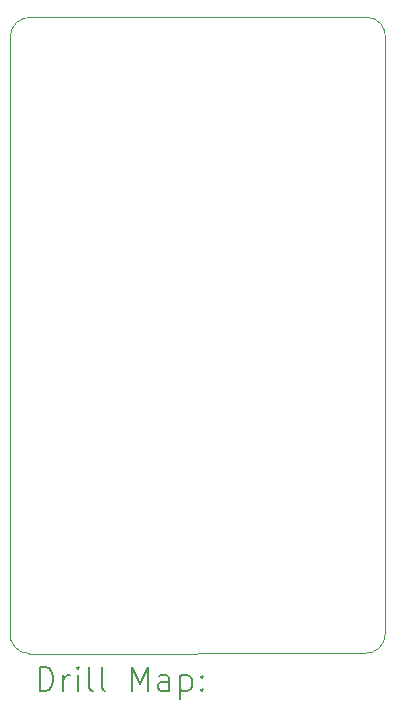
<source format=gbr>
%TF.GenerationSoftware,KiCad,Pcbnew,(6.0.8)*%
%TF.CreationDate,2023-03-20T22:14:46+01:00*%
%TF.ProjectId,BSPD-07,42535044-2d30-4372-9e6b-696361645f70,rev?*%
%TF.SameCoordinates,Original*%
%TF.FileFunction,Drillmap*%
%TF.FilePolarity,Positive*%
%FSLAX45Y45*%
G04 Gerber Fmt 4.5, Leading zero omitted, Abs format (unit mm)*
G04 Created by KiCad (PCBNEW (6.0.8)) date 2023-03-20 22:14:46*
%MOMM*%
%LPD*%
G01*
G04 APERTURE LIST*
%ADD10C,0.100000*%
%ADD11C,0.200000*%
G04 APERTURE END LIST*
D10*
X17957194Y-8422355D02*
G75*
G03*
X17794644Y-8242125I-164754J14825D01*
G01*
X14960895Y-8244827D02*
X17794644Y-8242125D01*
X17775051Y-13629288D02*
G75*
G03*
X17955280Y-13466740I14829J164749D01*
G01*
X14960895Y-8244826D02*
G75*
G03*
X14780665Y-8407376I-14825J-164754D01*
G01*
X17957193Y-8422355D02*
X17955280Y-13466740D01*
X14778367Y-13451125D02*
X14780665Y-8407376D01*
X14940916Y-13631355D02*
X17775051Y-13629288D01*
X14778366Y-13451125D02*
G75*
G03*
X14940916Y-13631355I164754J-14825D01*
G01*
D11*
X15030320Y-13946831D02*
X15030320Y-13746831D01*
X15077939Y-13746831D01*
X15106510Y-13756355D01*
X15125558Y-13775402D01*
X15135081Y-13794450D01*
X15144605Y-13832545D01*
X15144605Y-13861117D01*
X15135081Y-13899212D01*
X15125558Y-13918259D01*
X15106510Y-13937307D01*
X15077939Y-13946831D01*
X15030320Y-13946831D01*
X15230320Y-13946831D02*
X15230320Y-13813497D01*
X15230320Y-13851593D02*
X15239843Y-13832545D01*
X15249367Y-13823021D01*
X15268415Y-13813497D01*
X15287462Y-13813497D01*
X15354129Y-13946831D02*
X15354129Y-13813497D01*
X15354129Y-13746831D02*
X15344605Y-13756355D01*
X15354129Y-13765878D01*
X15363653Y-13756355D01*
X15354129Y-13746831D01*
X15354129Y-13765878D01*
X15477939Y-13946831D02*
X15458891Y-13937307D01*
X15449367Y-13918259D01*
X15449367Y-13746831D01*
X15582701Y-13946831D02*
X15563653Y-13937307D01*
X15554129Y-13918259D01*
X15554129Y-13746831D01*
X15811272Y-13946831D02*
X15811272Y-13746831D01*
X15877939Y-13889688D01*
X15944605Y-13746831D01*
X15944605Y-13946831D01*
X16125558Y-13946831D02*
X16125558Y-13842069D01*
X16116034Y-13823021D01*
X16096986Y-13813497D01*
X16058891Y-13813497D01*
X16039843Y-13823021D01*
X16125558Y-13937307D02*
X16106510Y-13946831D01*
X16058891Y-13946831D01*
X16039843Y-13937307D01*
X16030320Y-13918259D01*
X16030320Y-13899212D01*
X16039843Y-13880164D01*
X16058891Y-13870640D01*
X16106510Y-13870640D01*
X16125558Y-13861117D01*
X16220796Y-13813497D02*
X16220796Y-14013497D01*
X16220796Y-13823021D02*
X16239843Y-13813497D01*
X16277939Y-13813497D01*
X16296986Y-13823021D01*
X16306510Y-13832545D01*
X16316034Y-13851593D01*
X16316034Y-13908736D01*
X16306510Y-13927783D01*
X16296986Y-13937307D01*
X16277939Y-13946831D01*
X16239843Y-13946831D01*
X16220796Y-13937307D01*
X16401748Y-13927783D02*
X16411272Y-13937307D01*
X16401748Y-13946831D01*
X16392224Y-13937307D01*
X16401748Y-13927783D01*
X16401748Y-13946831D01*
X16401748Y-13823021D02*
X16411272Y-13832545D01*
X16401748Y-13842069D01*
X16392224Y-13832545D01*
X16401748Y-13823021D01*
X16401748Y-13842069D01*
M02*

</source>
